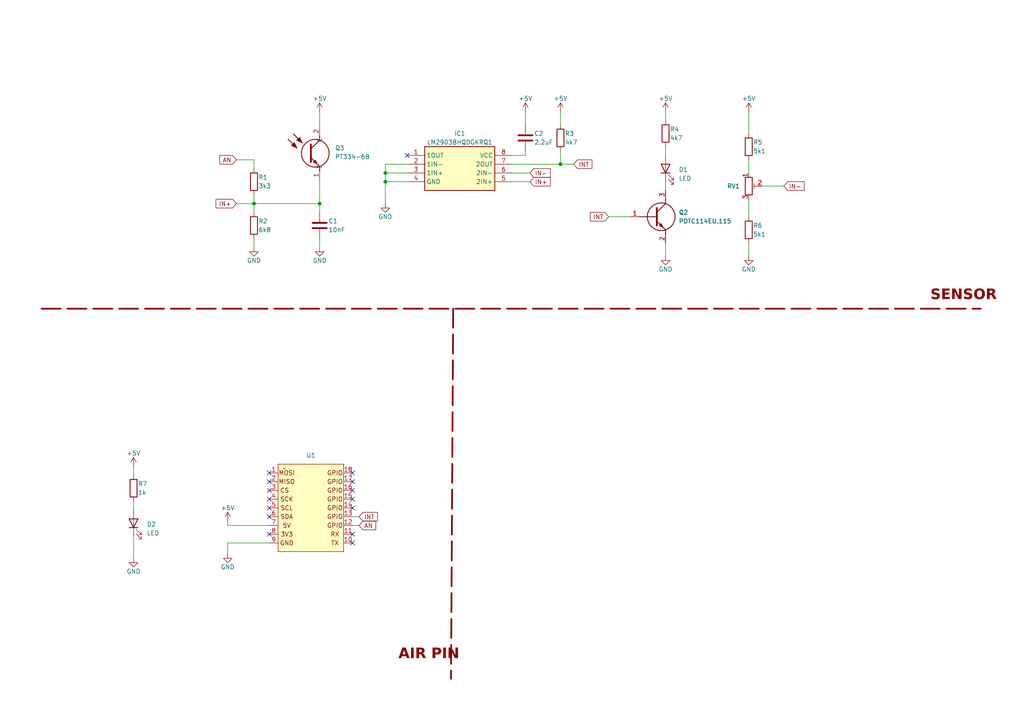
<source format=kicad_sch>
(kicad_sch (version 20230121) (generator eeschema)

  (uuid b2961cc6-2503-4599-94f3-3029de77ef1c)

  (paper "A4")

  (lib_symbols
    (symbol "Device:C" (pin_numbers hide) (pin_names (offset 0.254)) (in_bom yes) (on_board yes)
      (property "Reference" "C" (at 0.635 2.54 0)
        (effects (font (size 1.27 1.27)) (justify left))
      )
      (property "Value" "C" (at 0.635 -2.54 0)
        (effects (font (size 1.27 1.27)) (justify left))
      )
      (property "Footprint" "" (at 0.9652 -3.81 0)
        (effects (font (size 1.27 1.27)) hide)
      )
      (property "Datasheet" "~" (at 0 0 0)
        (effects (font (size 1.27 1.27)) hide)
      )
      (property "ki_keywords" "cap capacitor" (at 0 0 0)
        (effects (font (size 1.27 1.27)) hide)
      )
      (property "ki_description" "Unpolarized capacitor" (at 0 0 0)
        (effects (font (size 1.27 1.27)) hide)
      )
      (property "ki_fp_filters" "C_*" (at 0 0 0)
        (effects (font (size 1.27 1.27)) hide)
      )
      (symbol "C_0_1"
        (polyline
          (pts
            (xy -2.032 -0.762)
            (xy 2.032 -0.762)
          )
          (stroke (width 0.508) (type default))
          (fill (type none))
        )
        (polyline
          (pts
            (xy -2.032 0.762)
            (xy 2.032 0.762)
          )
          (stroke (width 0.508) (type default))
          (fill (type none))
        )
      )
      (symbol "C_1_1"
        (pin passive line (at 0 3.81 270) (length 2.794)
          (name "~" (effects (font (size 1.27 1.27))))
          (number "1" (effects (font (size 1.27 1.27))))
        )
        (pin passive line (at 0 -3.81 90) (length 2.794)
          (name "~" (effects (font (size 1.27 1.27))))
          (number "2" (effects (font (size 1.27 1.27))))
        )
      )
    )
    (symbol "Device:LED" (pin_numbers hide) (pin_names (offset 1.016) hide) (in_bom yes) (on_board yes)
      (property "Reference" "D" (at 0 2.54 0)
        (effects (font (size 1.27 1.27)))
      )
      (property "Value" "LED" (at 0 -2.54 0)
        (effects (font (size 1.27 1.27)))
      )
      (property "Footprint" "" (at 0 0 0)
        (effects (font (size 1.27 1.27)) hide)
      )
      (property "Datasheet" "~" (at 0 0 0)
        (effects (font (size 1.27 1.27)) hide)
      )
      (property "ki_keywords" "LED diode" (at 0 0 0)
        (effects (font (size 1.27 1.27)) hide)
      )
      (property "ki_description" "Light emitting diode" (at 0 0 0)
        (effects (font (size 1.27 1.27)) hide)
      )
      (property "ki_fp_filters" "LED* LED_SMD:* LED_THT:*" (at 0 0 0)
        (effects (font (size 1.27 1.27)) hide)
      )
      (symbol "LED_0_1"
        (polyline
          (pts
            (xy -1.27 -1.27)
            (xy -1.27 1.27)
          )
          (stroke (width 0.254) (type default))
          (fill (type none))
        )
        (polyline
          (pts
            (xy -1.27 0)
            (xy 1.27 0)
          )
          (stroke (width 0) (type default))
          (fill (type none))
        )
        (polyline
          (pts
            (xy 1.27 -1.27)
            (xy 1.27 1.27)
            (xy -1.27 0)
            (xy 1.27 -1.27)
          )
          (stroke (width 0.254) (type default))
          (fill (type none))
        )
        (polyline
          (pts
            (xy -3.048 -0.762)
            (xy -4.572 -2.286)
            (xy -3.81 -2.286)
            (xy -4.572 -2.286)
            (xy -4.572 -1.524)
          )
          (stroke (width 0) (type default))
          (fill (type none))
        )
        (polyline
          (pts
            (xy -1.778 -0.762)
            (xy -3.302 -2.286)
            (xy -2.54 -2.286)
            (xy -3.302 -2.286)
            (xy -3.302 -1.524)
          )
          (stroke (width 0) (type default))
          (fill (type none))
        )
      )
      (symbol "LED_1_1"
        (pin passive line (at -3.81 0 0) (length 2.54)
          (name "K" (effects (font (size 1.27 1.27))))
          (number "1" (effects (font (size 1.27 1.27))))
        )
        (pin passive line (at 3.81 0 180) (length 2.54)
          (name "A" (effects (font (size 1.27 1.27))))
          (number "2" (effects (font (size 1.27 1.27))))
        )
      )
    )
    (symbol "Device:R" (pin_numbers hide) (pin_names (offset 0)) (in_bom yes) (on_board yes)
      (property "Reference" "R" (at 2.032 0 90)
        (effects (font (size 1.27 1.27)))
      )
      (property "Value" "R" (at 0 0 90)
        (effects (font (size 1.27 1.27)))
      )
      (property "Footprint" "" (at -1.778 0 90)
        (effects (font (size 1.27 1.27)) hide)
      )
      (property "Datasheet" "~" (at 0 0 0)
        (effects (font (size 1.27 1.27)) hide)
      )
      (property "ki_keywords" "R res resistor" (at 0 0 0)
        (effects (font (size 1.27 1.27)) hide)
      )
      (property "ki_description" "Resistor" (at 0 0 0)
        (effects (font (size 1.27 1.27)) hide)
      )
      (property "ki_fp_filters" "R_*" (at 0 0 0)
        (effects (font (size 1.27 1.27)) hide)
      )
      (symbol "R_0_1"
        (rectangle (start -1.016 -2.54) (end 1.016 2.54)
          (stroke (width 0.254) (type default))
          (fill (type none))
        )
      )
      (symbol "R_1_1"
        (pin passive line (at 0 3.81 270) (length 1.27)
          (name "~" (effects (font (size 1.27 1.27))))
          (number "1" (effects (font (size 1.27 1.27))))
        )
        (pin passive line (at 0 -3.81 90) (length 1.27)
          (name "~" (effects (font (size 1.27 1.27))))
          (number "2" (effects (font (size 1.27 1.27))))
        )
      )
    )
    (symbol "Device:R_Potentiometer_Trim" (pin_names (offset 1.016) hide) (in_bom yes) (on_board yes)
      (property "Reference" "RV" (at -4.445 0 90)
        (effects (font (size 1.27 1.27)))
      )
      (property "Value" "R_Potentiometer_Trim" (at -2.54 0 90)
        (effects (font (size 1.27 1.27)))
      )
      (property "Footprint" "" (at 0 0 0)
        (effects (font (size 1.27 1.27)) hide)
      )
      (property "Datasheet" "~" (at 0 0 0)
        (effects (font (size 1.27 1.27)) hide)
      )
      (property "ki_keywords" "resistor variable trimpot trimmer" (at 0 0 0)
        (effects (font (size 1.27 1.27)) hide)
      )
      (property "ki_description" "Trim-potentiometer" (at 0 0 0)
        (effects (font (size 1.27 1.27)) hide)
      )
      (property "ki_fp_filters" "Potentiometer*" (at 0 0 0)
        (effects (font (size 1.27 1.27)) hide)
      )
      (symbol "R_Potentiometer_Trim_0_1"
        (polyline
          (pts
            (xy 1.524 0.762)
            (xy 1.524 -0.762)
          )
          (stroke (width 0) (type default))
          (fill (type none))
        )
        (polyline
          (pts
            (xy 2.54 0)
            (xy 1.524 0)
          )
          (stroke (width 0) (type default))
          (fill (type none))
        )
        (rectangle (start 1.016 2.54) (end -1.016 -2.54)
          (stroke (width 0.254) (type default))
          (fill (type none))
        )
      )
      (symbol "R_Potentiometer_Trim_1_1"
        (pin passive line (at 0 3.81 270) (length 1.27)
          (name "1" (effects (font (size 1.27 1.27))))
          (number "1" (effects (font (size 1.27 1.27))))
        )
        (pin passive line (at 3.81 0 180) (length 1.27)
          (name "2" (effects (font (size 1.27 1.27))))
          (number "2" (effects (font (size 1.27 1.27))))
        )
        (pin passive line (at 0 -3.81 90) (length 1.27)
          (name "3" (effects (font (size 1.27 1.27))))
          (number "3" (effects (font (size 1.27 1.27))))
        )
      )
    )
    (symbol "LM2903BHQDGKRQ1:LM2903BHQDGKRQ1" (in_bom yes) (on_board yes)
      (property "Reference" "IC" (at 26.67 7.62 0)
        (effects (font (size 1.27 1.27)) (justify left top))
      )
      (property "Value" "LM2903BHQDGKRQ1" (at 26.67 5.08 0)
        (effects (font (size 1.27 1.27)) (justify left top))
      )
      (property "Footprint" "SOP65P490X110-8N" (at 26.67 -94.92 0)
        (effects (font (size 1.27 1.27)) (justify left top) hide)
      )
      (property "Datasheet" "https://www.ti.com/lit/ds/symlink/lm2903b-q1.pdf?HQS=dis-mous-null-mousermode-dsf-pf-null-wwe&ts=1670767488652&ref_url=https%253A%252F%252Fwww.mouser.de%252F" (at 26.67 -194.92 0)
        (effects (font (size 1.27 1.27)) (justify left top) hide)
      )
      (property "Height" "1.1" (at 26.67 -394.92 0)
        (effects (font (size 1.27 1.27)) (justify left top) hide)
      )
      (property "Mouser Part Number" "595-LM2903BHQDGKRQ1" (at 26.67 -494.92 0)
        (effects (font (size 1.27 1.27)) (justify left top) hide)
      )
      (property "Mouser Price/Stock" "https://www.mouser.co.uk/ProductDetail/Texas-Instruments/LM2903BHQDGKRQ1?qs=By6Nw2ByBD2mW87GUmotXw%3D%3D" (at 26.67 -594.92 0)
        (effects (font (size 1.27 1.27)) (justify left top) hide)
      )
      (property "Manufacturer_Name" "Texas Instruments" (at 26.67 -694.92 0)
        (effects (font (size 1.27 1.27)) (justify left top) hide)
      )
      (property "Manufacturer_Part_Number" "LM2903BHQDGKRQ1" (at 26.67 -794.92 0)
        (effects (font (size 1.27 1.27)) (justify left top) hide)
      )
      (property "ki_description" "Analog Comparators Automotive, dual, differential, commodity comparator" (at 0 0 0)
        (effects (font (size 1.27 1.27)) hide)
      )
      (symbol "LM2903BHQDGKRQ1_1_1"
        (rectangle (start 5.08 2.54) (end 25.4 -10.16)
          (stroke (width 0.254) (type default))
          (fill (type background))
        )
        (pin passive line (at 0 0 0) (length 5.08)
          (name "1OUT" (effects (font (size 1.27 1.27))))
          (number "1" (effects (font (size 1.27 1.27))))
        )
        (pin passive line (at 0 -2.54 0) (length 5.08)
          (name "1IN-" (effects (font (size 1.27 1.27))))
          (number "2" (effects (font (size 1.27 1.27))))
        )
        (pin passive line (at 0 -5.08 0) (length 5.08)
          (name "1IN+" (effects (font (size 1.27 1.27))))
          (number "3" (effects (font (size 1.27 1.27))))
        )
        (pin passive line (at 0 -7.62 0) (length 5.08)
          (name "GND" (effects (font (size 1.27 1.27))))
          (number "4" (effects (font (size 1.27 1.27))))
        )
        (pin passive line (at 30.48 -7.62 180) (length 5.08)
          (name "2IN+" (effects (font (size 1.27 1.27))))
          (number "5" (effects (font (size 1.27 1.27))))
        )
        (pin passive line (at 30.48 -5.08 180) (length 5.08)
          (name "2IN-" (effects (font (size 1.27 1.27))))
          (number "6" (effects (font (size 1.27 1.27))))
        )
        (pin passive line (at 30.48 -2.54 180) (length 5.08)
          (name "2OUT" (effects (font (size 1.27 1.27))))
          (number "7" (effects (font (size 1.27 1.27))))
        )
        (pin passive line (at 30.48 0 180) (length 5.08)
          (name "VCC" (effects (font (size 1.27 1.27))))
          (number "8" (effects (font (size 1.27 1.27))))
        )
      )
    )
    (symbol "PDTC114EU_115:PDTC114EU,115" (pin_names hide) (in_bom yes) (on_board yes)
      (property "Reference" "Q" (at 13.97 1.27 0)
        (effects (font (size 1.27 1.27)) (justify left top))
      )
      (property "Value" "PDTC114EU,115" (at 13.97 -1.27 0)
        (effects (font (size 1.27 1.27)) (justify left top))
      )
      (property "Footprint" "PDTC114EU115" (at 13.97 -101.27 0)
        (effects (font (size 1.27 1.27)) (justify left top) hide)
      )
      (property "Datasheet" "https://assets.nexperia.com/documents/data-sheet/PDTC114E_SER.pdf" (at 13.97 -201.27 0)
        (effects (font (size 1.27 1.27)) (justify left top) hide)
      )
      (property "Height" "1.1" (at 13.97 -401.27 0)
        (effects (font (size 1.27 1.27)) (justify left top) hide)
      )
      (property "Mouser Part Number" "771-PDTC114EU115" (at 13.97 -501.27 0)
        (effects (font (size 1.27 1.27)) (justify left top) hide)
      )
      (property "Mouser Price/Stock" "https://www.mouser.co.uk/ProductDetail/Nexperia/PDTC114EU115?qs=LOCUfHb8d9s6AnIpL5ILEg%3D%3D" (at 13.97 -601.27 0)
        (effects (font (size 1.27 1.27)) (justify left top) hide)
      )
      (property "Manufacturer_Name" "Nexperia" (at 13.97 -701.27 0)
        (effects (font (size 1.27 1.27)) (justify left top) hide)
      )
      (property "Manufacturer_Part_Number" "PDTC114EU,115" (at 13.97 -801.27 0)
        (effects (font (size 1.27 1.27)) (justify left top) hide)
      )
      (property "ki_description" "NXP, PDTC114EU,115 NPN Digital Transistor, 100 mA 50 V 10 k, Ratio Of 1, 3-Pin UMT" (at 0 0 0)
        (effects (font (size 1.27 1.27)) hide)
      )
      (symbol "PDTC114EU,115_1_1"
        (polyline
          (pts
            (xy 2.54 0)
            (xy 7.62 0)
          )
          (stroke (width 0.254) (type default))
          (fill (type none))
        )
        (polyline
          (pts
            (xy 7.62 -1.27)
            (xy 10.16 -3.81)
          )
          (stroke (width 0.254) (type default))
          (fill (type none))
        )
        (polyline
          (pts
            (xy 7.62 1.27)
            (xy 10.16 3.81)
          )
          (stroke (width 0.254) (type default))
          (fill (type none))
        )
        (polyline
          (pts
            (xy 7.62 2.54)
            (xy 7.62 -2.54)
          )
          (stroke (width 0.508) (type default))
          (fill (type none))
        )
        (polyline
          (pts
            (xy 10.16 -3.81)
            (xy 10.16 -5.08)
          )
          (stroke (width 0.254) (type default))
          (fill (type none))
        )
        (polyline
          (pts
            (xy 10.16 3.81)
            (xy 10.16 5.08)
          )
          (stroke (width 0.254) (type default))
          (fill (type none))
        )
        (polyline
          (pts
            (xy 8.382 -2.54)
            (xy 8.89 -2.032)
            (xy 9.398 -3.048)
            (xy 8.382 -2.54)
          )
          (stroke (width 0.254) (type default))
          (fill (type outline))
        )
        (circle (center 8.89 0) (radius 4.016)
          (stroke (width 0.254) (type default))
          (fill (type none))
        )
        (pin passive line (at 0 0 0) (length 2.54)
          (name "B" (effects (font (size 1.27 1.27))))
          (number "1" (effects (font (size 1.27 1.27))))
        )
        (pin passive line (at 10.16 -7.62 90) (length 2.54)
          (name "E" (effects (font (size 1.27 1.27))))
          (number "2" (effects (font (size 1.27 1.27))))
        )
        (pin passive line (at 10.16 7.62 270) (length 2.54)
          (name "C" (effects (font (size 1.27 1.27))))
          (number "3" (effects (font (size 1.27 1.27))))
        )
      )
    )
    (symbol "PT334-6B:PT334-6B" (in_bom yes) (on_board yes)
      (property "Reference" "Q" (at 3.81 -6.35 0)
        (effects (font (size 1.27 1.27)) (justify left top))
      )
      (property "Value" "PT334-6B" (at 3.81 -8.89 0)
        (effects (font (size 1.27 1.27)) (justify left top))
      )
      (property "Footprint" "PT3346B" (at 3.81 -108.89 0)
        (effects (font (size 1.27 1.27)) (justify left top) hide)
      )
      (property "Datasheet" "https://www.mouser.com/datasheet/2/143/PT334-6B-1663203.pdf" (at 3.81 -208.89 0)
        (effects (font (size 1.27 1.27)) (justify left top) hide)
      )
      (property "Height" "" (at 3.81 -408.89 0)
        (effects (font (size 1.27 1.27)) (justify left top) hide)
      )
      (property "Manufacturer_Name" "Everlight" (at 3.81 -508.89 0)
        (effects (font (size 1.27 1.27)) (justify left top) hide)
      )
      (property "Manufacturer_Part_Number" "PT334-6B" (at 3.81 -608.89 0)
        (effects (font (size 1.27 1.27)) (justify left top) hide)
      )
      (property "Mouser Part Number" "638-PT3346B" (at 3.81 -708.89 0)
        (effects (font (size 1.27 1.27)) (justify left top) hide)
      )
      (property "Mouser Price/Stock" "https://www.mouser.co.uk/ProductDetail/Everlight/PT334-6B?qs=8PzhAHr7IdOmCssrIssUEQ%3D%3D" (at 3.81 -808.89 0)
        (effects (font (size 1.27 1.27)) (justify left top) hide)
      )
      (property "Arrow Part Number" "PT334-6B" (at 3.81 -908.89 0)
        (effects (font (size 1.27 1.27)) (justify left top) hide)
      )
      (property "Arrow Price/Stock" "https://www.arrow.com/en/products/pt334-6b/everlight-electronics?region=nac" (at 3.81 -1008.89 0)
        (effects (font (size 1.27 1.27)) (justify left top) hide)
      )
      (property "ki_description" "Phototransistors IR Phototransistor" (at 0 0 0)
        (effects (font (size 1.27 1.27)) hide)
      )
      (symbol "PT334-6B_1_1"
        (circle (center -1.27 -7.62) (radius 4.016)
          (stroke (width 0.254) (type default))
          (fill (type none))
        )
        (polyline
          (pts
            (xy -9.144 -3.556)
            (xy -6.604 -6.096)
          )
          (stroke (width 0.254) (type default))
          (fill (type none))
        )
        (polyline
          (pts
            (xy -7.62 -2.032)
            (xy -5.08 -4.572)
          )
          (stroke (width 0.254) (type default))
          (fill (type none))
        )
        (polyline
          (pts
            (xy -2.54 -8.89)
            (xy 0 -11.43)
          )
          (stroke (width 0.254) (type default))
          (fill (type none))
        )
        (polyline
          (pts
            (xy -2.54 -6.35)
            (xy 0 -3.81)
          )
          (stroke (width 0.254) (type default))
          (fill (type none))
        )
        (polyline
          (pts
            (xy -2.54 -5.08)
            (xy -2.54 -10.16)
          )
          (stroke (width 0.508) (type default))
          (fill (type none))
        )
        (polyline
          (pts
            (xy 0 -11.43)
            (xy 0 -12.7)
          )
          (stroke (width 0.254) (type default))
          (fill (type none))
        )
        (polyline
          (pts
            (xy 0 -3.81)
            (xy 0 -2.54)
          )
          (stroke (width 0.254) (type default))
          (fill (type none))
        )
        (polyline
          (pts
            (xy -8.128 -5.334)
            (xy -7.366 -4.572)
            (xy -6.604 -6.096)
            (xy -8.128 -5.334)
          )
          (stroke (width 0.254) (type default))
          (fill (type outline))
        )
        (polyline
          (pts
            (xy -6.604 -3.81)
            (xy -5.842 -3.048)
            (xy -5.08 -4.572)
            (xy -6.604 -3.81)
          )
          (stroke (width 0.254) (type default))
          (fill (type outline))
        )
        (polyline
          (pts
            (xy -1.778 -10.16)
            (xy -1.27 -9.652)
            (xy -0.762 -10.668)
            (xy -1.778 -10.16)
          )
          (stroke (width 0.254) (type default))
          (fill (type outline))
        )
        (pin passive line (at 0 -15.24 90) (length 2.54)
          (name "E" (effects (font (size 1.27 1.27))))
          (number "1" (effects (font (size 1.27 1.27))))
        )
        (pin passive line (at 0 0 270) (length 2.54)
          (name "C" (effects (font (size 1.27 1.27))))
          (number "2" (effects (font (size 1.27 1.27))))
        )
      )
    )
    (symbol "moduler_pin:air" (in_bom yes) (on_board yes)
      (property "Reference" "U" (at 7.62 2.54 0)
        (effects (font (size 1.27 1.27)))
      )
      (property "Value" "" (at 0 0 0)
        (effects (font (size 1.27 1.27)))
      )
      (property "Footprint" "" (at 0 0 0)
        (effects (font (size 1.27 1.27)) hide)
      )
      (property "Datasheet" "" (at 0 0 0)
        (effects (font (size 1.27 1.27)) hide)
      )
      (symbol "air_1_1"
        (rectangle (start -1.905 1.27) (end 17.145 -24.13)
          (stroke (width 0) (type default))
          (fill (type background))
        )
        (text "3V3" (at 0.635 -19.05 0)
          (effects (font (size 1.27 1.27)))
        )
        (text "5V" (at 0.635 -16.51 0)
          (effects (font (size 1.27 1.27)))
        )
        (text "CS" (at 0 -6.35 0)
          (effects (font (size 1.27 1.27)))
        )
        (text "GND" (at 0.635 -21.59 0)
          (effects (font (size 1.27 1.27)))
        )
        (text "GPIO" (at 14.605 -16.51 0)
          (effects (font (size 1.27 1.27)))
        )
        (text "GPIO" (at 14.605 -13.97 0)
          (effects (font (size 1.27 1.27)))
        )
        (text "GPIO" (at 14.605 -11.43 0)
          (effects (font (size 1.27 1.27)))
        )
        (text "GPIO" (at 14.605 -8.89 0)
          (effects (font (size 1.27 1.27)))
        )
        (text "GPIO" (at 14.605 -6.35 0)
          (effects (font (size 1.27 1.27)))
        )
        (text "GPIO" (at 14.605 -3.81 0)
          (effects (font (size 1.27 1.27)))
        )
        (text "GPIO" (at 14.605 -1.27 0)
          (effects (font (size 1.27 1.27)))
        )
        (text "MISO" (at 0.635 -3.81 0)
          (effects (font (size 1.27 1.27)))
        )
        (text "MOSI" (at 0.635 -1.27 0)
          (effects (font (size 1.27 1.27)))
        )
        (text "RX" (at 14.605 -19.05 0)
          (effects (font (size 1.27 1.27)))
        )
        (text "SCK" (at 0.635 -8.89 0)
          (effects (font (size 1.27 1.27)))
        )
        (text "SCL" (at 0.635 -11.43 0)
          (effects (font (size 1.27 1.27)))
        )
        (text "SDA" (at 0.635 -13.97 0)
          (effects (font (size 1.27 1.27)))
        )
        (text "TX" (at 14.605 -21.59 0)
          (effects (font (size 1.27 1.27)))
        )
        (pin input line (at -4.445 -1.27 0) (length 2.54)
          (name "" (effects (font (size 1.27 1.27))))
          (number "1" (effects (font (size 1.27 1.27))))
        )
        (pin input line (at 19.685 -21.59 180) (length 2.54)
          (name "" (effects (font (size 1.27 1.27))))
          (number "10" (effects (font (size 1.27 1.27))))
        )
        (pin input line (at 19.685 -19.05 180) (length 2.54)
          (name "" (effects (font (size 1.27 1.27))))
          (number "11" (effects (font (size 1.27 1.27))))
        )
        (pin input line (at 19.685 -16.51 180) (length 2.54)
          (name "" (effects (font (size 1.27 1.27))))
          (number "12" (effects (font (size 1.27 1.27))))
        )
        (pin input line (at 19.685 -13.97 180) (length 2.54)
          (name "" (effects (font (size 1.27 1.27))))
          (number "13" (effects (font (size 1.27 1.27))))
        )
        (pin input line (at 19.685 -11.43 180) (length 2.54)
          (name "" (effects (font (size 1.27 1.27))))
          (number "14" (effects (font (size 1.27 1.27))))
        )
        (pin input line (at 19.685 -8.89 180) (length 2.54)
          (name "" (effects (font (size 1.27 1.27))))
          (number "15" (effects (font (size 1.27 1.27))))
        )
        (pin input line (at 19.685 -6.35 180) (length 2.54)
          (name "" (effects (font (size 1.27 1.27))))
          (number "16" (effects (font (size 1.27 1.27))))
        )
        (pin input line (at 19.685 -3.81 180) (length 2.54)
          (name "" (effects (font (size 1.27 1.27))))
          (number "17" (effects (font (size 1.27 1.27))))
        )
        (pin input line (at 19.685 -1.27 180) (length 2.54)
          (name "" (effects (font (size 1.27 1.27))))
          (number "18" (effects (font (size 1.27 1.27))))
        )
        (pin input line (at -4.445 -3.81 0) (length 2.54)
          (name "" (effects (font (size 1.27 1.27))))
          (number "2" (effects (font (size 1.27 1.27))))
        )
        (pin input line (at -4.445 -6.35 0) (length 2.54)
          (name "" (effects (font (size 1.27 1.27))))
          (number "3" (effects (font (size 1.27 1.27))))
        )
        (pin input line (at -4.445 -8.89 0) (length 2.54)
          (name "" (effects (font (size 1.27 1.27))))
          (number "4" (effects (font (size 1.27 1.27))))
        )
        (pin input line (at -4.445 -11.43 0) (length 2.54)
          (name "" (effects (font (size 1.27 1.27))))
          (number "5" (effects (font (size 1.27 1.27))))
        )
        (pin input line (at -4.445 -13.97 0) (length 2.54)
          (name "" (effects (font (size 1.27 1.27))))
          (number "6" (effects (font (size 1.27 1.27))))
        )
        (pin input line (at -4.445 -16.51 0) (length 2.54)
          (name "" (effects (font (size 1.27 1.27))))
          (number "7" (effects (font (size 1.27 1.27))))
        )
        (pin input line (at -4.445 -19.05 0) (length 2.54)
          (name "" (effects (font (size 1.27 1.27))))
          (number "8" (effects (font (size 1.27 1.27))))
        )
        (pin input line (at -4.445 -21.59 0) (length 2.54)
          (name "" (effects (font (size 1.27 1.27))))
          (number "9" (effects (font (size 1.27 1.27))))
        )
      )
    )
    (symbol "power:+5V" (power) (pin_names (offset 0)) (in_bom yes) (on_board yes)
      (property "Reference" "#PWR" (at 0 -3.81 0)
        (effects (font (size 1.27 1.27)) hide)
      )
      (property "Value" "+5V" (at 0 3.556 0)
        (effects (font (size 1.27 1.27)))
      )
      (property "Footprint" "" (at 0 0 0)
        (effects (font (size 1.27 1.27)) hide)
      )
      (property "Datasheet" "" (at 0 0 0)
        (effects (font (size 1.27 1.27)) hide)
      )
      (property "ki_keywords" "global power" (at 0 0 0)
        (effects (font (size 1.27 1.27)) hide)
      )
      (property "ki_description" "Power symbol creates a global label with name \"+5V\"" (at 0 0 0)
        (effects (font (size 1.27 1.27)) hide)
      )
      (symbol "+5V_0_1"
        (polyline
          (pts
            (xy -0.762 1.27)
            (xy 0 2.54)
          )
          (stroke (width 0) (type default))
          (fill (type none))
        )
        (polyline
          (pts
            (xy 0 0)
            (xy 0 2.54)
          )
          (stroke (width 0) (type default))
          (fill (type none))
        )
        (polyline
          (pts
            (xy 0 2.54)
            (xy 0.762 1.27)
          )
          (stroke (width 0) (type default))
          (fill (type none))
        )
      )
      (symbol "+5V_1_1"
        (pin power_in line (at 0 0 90) (length 0) hide
          (name "+5V" (effects (font (size 1.27 1.27))))
          (number "1" (effects (font (size 1.27 1.27))))
        )
      )
    )
    (symbol "power:GND" (power) (pin_names (offset 0)) (in_bom yes) (on_board yes)
      (property "Reference" "#PWR" (at 0 -6.35 0)
        (effects (font (size 1.27 1.27)) hide)
      )
      (property "Value" "GND" (at 0 -3.81 0)
        (effects (font (size 1.27 1.27)))
      )
      (property "Footprint" "" (at 0 0 0)
        (effects (font (size 1.27 1.27)) hide)
      )
      (property "Datasheet" "" (at 0 0 0)
        (effects (font (size 1.27 1.27)) hide)
      )
      (property "ki_keywords" "global power" (at 0 0 0)
        (effects (font (size 1.27 1.27)) hide)
      )
      (property "ki_description" "Power symbol creates a global label with name \"GND\" , ground" (at 0 0 0)
        (effects (font (size 1.27 1.27)) hide)
      )
      (symbol "GND_0_1"
        (polyline
          (pts
            (xy 0 0)
            (xy 0 -1.27)
            (xy 1.27 -1.27)
            (xy 0 -2.54)
            (xy -1.27 -1.27)
            (xy 0 -1.27)
          )
          (stroke (width 0) (type default))
          (fill (type none))
        )
      )
      (symbol "GND_1_1"
        (pin power_in line (at 0 0 270) (length 0) hide
          (name "GND" (effects (font (size 1.27 1.27))))
          (number "1" (effects (font (size 1.27 1.27))))
        )
      )
    )
  )

  (junction (at 111.76 50.165) (diameter 0) (color 0 0 0 0)
    (uuid 0e7c962c-7b42-476e-9842-66a3d2ef2fce)
  )
  (junction (at 73.66 59.055) (diameter 0) (color 0 0 0 0)
    (uuid 696c5966-00db-46d1-8e53-faab20ec7759)
  )
  (junction (at 92.71 59.055) (diameter 0) (color 0 0 0 0)
    (uuid 975832b3-0220-49be-bc8d-5cf86ac2dd96)
  )
  (junction (at 162.56 47.625) (diameter 0) (color 0 0 0 0)
    (uuid a8f0d91e-876a-42d4-8f44-2206d0f0bc4a)
  )
  (junction (at 111.76 52.705) (diameter 0) (color 0 0 0 0)
    (uuid cff0647b-8152-4757-aa30-03d0b21b9381)
  )

  (no_connect (at 102.235 139.7) (uuid 0c618969-ecd0-438f-abf4-c6314b664f06))
  (no_connect (at 78.105 154.94) (uuid 13cafda3-a9cb-4a2c-866f-26bbfb68b177))
  (no_connect (at 78.105 137.16) (uuid 20f27af2-e5c3-47ce-bf57-7767ffe9a4c6))
  (no_connect (at 102.235 137.16) (uuid 31b49733-4b3b-4cd0-8d94-69ae2778b950))
  (no_connect (at 102.235 142.24) (uuid 41c29439-83ee-4fb9-910f-f67307887da7))
  (no_connect (at 102.235 154.94) (uuid 4aa8161b-4ff8-4c6b-becd-5c2113379971))
  (no_connect (at 102.235 144.78) (uuid 5a208148-046f-4f86-a5aa-ab8d1d1415d1))
  (no_connect (at 78.105 147.32) (uuid 6ff2028a-00f2-4818-9bd4-e039648624c0))
  (no_connect (at 78.105 139.7) (uuid 7739953c-1708-4b17-8e25-e4c10d48804e))
  (no_connect (at 102.235 157.48) (uuid 8eb46450-de88-4f08-8798-681e13ef6d5f))
  (no_connect (at 78.105 144.78) (uuid 9e721804-5e55-4719-8ac2-d04d111bf462))
  (no_connect (at 102.235 147.32) (uuid a140a17f-85c9-44d4-a3ba-7ee4c26a0439))
  (no_connect (at 78.105 142.24) (uuid bd9c9739-add3-4fc9-8f72-4a5e3fff042e))
  (no_connect (at 118.11 45.085) (uuid c6f6f452-f896-48ed-a3f1-0e3ad4fd3f55))
  (no_connect (at 78.105 149.86) (uuid ca646c70-9ee6-4b18-94fc-a3dc0a107e52))

  (wire (pts (xy 68.58 46.355) (xy 73.66 46.355))
    (stroke (width 0) (type default))
    (uuid 049dfce0-1efc-4f8e-837c-aba54c4d39ad)
  )
  (wire (pts (xy 73.66 69.215) (xy 73.66 71.755))
    (stroke (width 0) (type default))
    (uuid 0a8377e5-f4f6-4ffa-8786-dce392dbf4f3)
  )
  (wire (pts (xy 111.76 50.165) (xy 111.76 52.705))
    (stroke (width 0) (type default))
    (uuid 0f25c23f-fc7e-4614-b046-2492fb6f3305)
  )
  (wire (pts (xy 220.98 53.975) (xy 227.33 53.975))
    (stroke (width 0) (type default))
    (uuid 10ef00bc-390e-490a-8a11-899de6955e60)
  )
  (wire (pts (xy 92.71 69.215) (xy 92.71 71.755))
    (stroke (width 0) (type default))
    (uuid 1bcaa231-d6bb-4f80-a780-3374ccb55f57)
  )
  (wire (pts (xy 73.66 59.055) (xy 73.66 61.595))
    (stroke (width 0) (type default))
    (uuid 1c0ba5b8-17f2-4c64-8b2c-5c66587cc491)
  )
  (wire (pts (xy 66.04 160.655) (xy 66.04 157.48))
    (stroke (width 0) (type default))
    (uuid 24c0c29c-db4d-4433-b69d-db51b8fbe8ab)
  )
  (wire (pts (xy 193.04 70.485) (xy 193.04 74.295))
    (stroke (width 0) (type default))
    (uuid 299a338b-beb7-40ed-8201-d31c528faad4)
  )
  (wire (pts (xy 111.76 52.705) (xy 118.11 52.705))
    (stroke (width 0) (type default))
    (uuid 3400f07a-eba3-4007-886c-c212441cb3e7)
  )
  (wire (pts (xy 111.76 52.705) (xy 111.76 59.055))
    (stroke (width 0) (type default))
    (uuid 42bb795a-c0f1-4fdf-a0ec-f9c07572c22e)
  )
  (wire (pts (xy 162.56 43.815) (xy 162.56 47.625))
    (stroke (width 0) (type default))
    (uuid 46e8ac7e-64f2-4e17-9826-b9e013c86eb4)
  )
  (wire (pts (xy 66.04 151.13) (xy 66.04 152.4))
    (stroke (width 0) (type default))
    (uuid 48ddb4c6-c88a-4668-8a47-8ee0264b4ceb)
  )
  (wire (pts (xy 152.4 43.815) (xy 152.4 45.085))
    (stroke (width 0) (type default))
    (uuid 4e4b1433-b41c-41f6-91da-6b40730865bb)
  )
  (wire (pts (xy 162.56 47.625) (xy 166.37 47.625))
    (stroke (width 0) (type default))
    (uuid 5198c844-07f1-4df4-9f66-74e7be630a13)
  )
  (wire (pts (xy 152.4 45.085) (xy 148.59 45.085))
    (stroke (width 0) (type default))
    (uuid 5276fa84-a593-4ecd-aa91-6434439bb24d)
  )
  (wire (pts (xy 38.735 145.415) (xy 38.735 147.955))
    (stroke (width 0) (type default))
    (uuid 532916d5-8442-4279-9a43-e7c5e683a93e)
  )
  (wire (pts (xy 148.59 50.165) (xy 153.67 50.165))
    (stroke (width 0) (type default))
    (uuid 5dff6607-4e0c-43b1-9a51-c72cd686f938)
  )
  (wire (pts (xy 66.04 157.48) (xy 78.105 157.48))
    (stroke (width 0) (type default))
    (uuid 5fde3cae-8083-4fe9-944b-addda76280d0)
  )
  (wire (pts (xy 73.66 56.515) (xy 73.66 59.055))
    (stroke (width 0) (type default))
    (uuid 61b2294e-b60a-456e-9579-5288afe3f2de)
  )
  (wire (pts (xy 38.735 135.255) (xy 38.735 137.795))
    (stroke (width 0) (type default))
    (uuid 629f1f8e-73be-4085-ad86-4b907d7f1b08)
  )
  (polyline (pts (xy 12.065 89.535) (xy 284.48 89.535))
    (stroke (width 0.5) (type dash) (color 132 0 0 1))
    (uuid 65f5f2af-de00-4b62-b4e7-737531bd038f)
  )

  (wire (pts (xy 148.59 52.705) (xy 153.67 52.705))
    (stroke (width 0) (type default))
    (uuid 69ea00fc-becb-4965-9580-baeb1cabcbed)
  )
  (wire (pts (xy 68.58 59.055) (xy 73.66 59.055))
    (stroke (width 0) (type default))
    (uuid 6c119efa-12d1-43fe-850f-760de54c6a5a)
  )
  (wire (pts (xy 92.71 52.07) (xy 92.71 59.055))
    (stroke (width 0) (type default))
    (uuid 6e89a93b-242e-45ae-bda8-965c2929f63f)
  )
  (wire (pts (xy 38.735 161.925) (xy 38.735 155.575))
    (stroke (width 0) (type default))
    (uuid 71bce927-9169-449e-b02d-6bae80033b8d)
  )
  (wire (pts (xy 152.4 32.385) (xy 152.4 36.195))
    (stroke (width 0) (type default))
    (uuid 749baa27-39a3-4087-b1b5-085c2c8f920c)
  )
  (wire (pts (xy 92.71 36.83) (xy 92.71 32.385))
    (stroke (width 0) (type default))
    (uuid 7ca1f837-23fc-4f80-b7a8-f69d28116f66)
  )
  (wire (pts (xy 193.04 32.385) (xy 193.04 34.925))
    (stroke (width 0) (type default))
    (uuid 7d3de07b-5805-4891-9250-b4d4c34473c5)
  )
  (wire (pts (xy 66.04 152.4) (xy 78.105 152.4))
    (stroke (width 0) (type default))
    (uuid 85468de8-0ba1-4b72-a3c2-a06ab5ef78a5)
  )
  (polyline (pts (xy 131.445 89.535) (xy 130.81 196.85))
    (stroke (width 0.5) (type dash) (color 132 0 0 1))
    (uuid 8e65fec5-0d0e-43cb-b1d5-0139400c9ef7)
  )

  (wire (pts (xy 73.66 59.055) (xy 92.71 59.055))
    (stroke (width 0) (type default))
    (uuid 945b2e7d-00af-41b2-b86d-dce6f99baff3)
  )
  (wire (pts (xy 104.14 152.4) (xy 102.235 152.4))
    (stroke (width 0) (type default))
    (uuid 9611723b-8e80-4566-8654-0cd95578431f)
  )
  (wire (pts (xy 217.17 32.385) (xy 217.17 38.735))
    (stroke (width 0) (type default))
    (uuid aa0e786e-8031-41a4-bd4a-9ce5499cd846)
  )
  (wire (pts (xy 193.04 42.545) (xy 193.04 45.085))
    (stroke (width 0) (type default))
    (uuid abdf7bf5-add2-4382-8ef4-046e2123ef4f)
  )
  (wire (pts (xy 111.76 47.625) (xy 111.76 50.165))
    (stroke (width 0) (type default))
    (uuid ae1c3740-9684-485e-a557-12ea1004f6dc)
  )
  (wire (pts (xy 118.11 47.625) (xy 111.76 47.625))
    (stroke (width 0) (type default))
    (uuid bd18056d-1f21-4b2f-b19b-c110e161fdde)
  )
  (wire (pts (xy 111.76 50.165) (xy 118.11 50.165))
    (stroke (width 0) (type default))
    (uuid c512fc9f-4a3b-40ed-bc3b-576552504a16)
  )
  (wire (pts (xy 217.17 70.485) (xy 217.17 74.295))
    (stroke (width 0) (type default))
    (uuid c8fff79f-4b75-4f1b-8812-fb30c4fb28c4)
  )
  (wire (pts (xy 217.17 57.785) (xy 217.17 62.865))
    (stroke (width 0) (type default))
    (uuid cb370243-8fdb-43cf-a5e6-161c44b732fc)
  )
  (wire (pts (xy 92.71 59.055) (xy 92.71 61.595))
    (stroke (width 0) (type default))
    (uuid ce634892-4987-4b46-b08f-a9a735f9cdcc)
  )
  (wire (pts (xy 193.04 52.705) (xy 193.04 55.245))
    (stroke (width 0) (type default))
    (uuid d094873e-8c23-40fd-9ce9-07c24b1d56b0)
  )
  (wire (pts (xy 176.53 62.865) (xy 182.88 62.865))
    (stroke (width 0) (type default))
    (uuid d3428b1c-2bcf-40ea-8eca-c721375297ca)
  )
  (wire (pts (xy 162.56 32.385) (xy 162.56 36.195))
    (stroke (width 0) (type default))
    (uuid d9539917-ad81-4169-bb4a-14ca128525c7)
  )
  (wire (pts (xy 162.56 47.625) (xy 148.59 47.625))
    (stroke (width 0) (type default))
    (uuid db5bef40-484c-4c7b-b3fb-dfa9152908bc)
  )
  (wire (pts (xy 104.14 149.86) (xy 102.235 149.86))
    (stroke (width 0) (type default))
    (uuid e8b57d10-29f0-4a01-9019-d46aa3ae4a3c)
  )
  (wire (pts (xy 73.66 46.355) (xy 73.66 48.895))
    (stroke (width 0) (type default))
    (uuid ec7b6327-936d-480e-83af-b8e7d039cfa9)
  )
  (wire (pts (xy 217.17 46.355) (xy 217.17 50.165))
    (stroke (width 0) (type default))
    (uuid ed4ae624-d9ca-48f9-8156-e7f98e2f7d06)
  )

  (text "SENSOR" (at 269.875 88.265 0)
    (effects (font (face "Calibri") (size 3 3) (thickness 0.6) bold (color 132 0 0 1)) (justify left bottom))
    (uuid 507837f1-6b2a-4054-8910-f5f21d1f0391)
  )
  (text "AIR PIN\n" (at 115.57 192.405 0)
    (effects (font (face "Calibri") (size 3 3) (thickness 0.6) bold (color 132 0 0 1)) (justify left bottom))
    (uuid d705ba61-7b21-4f01-9ee2-39f27ff757b7)
  )

  (global_label "INT" (shape input) (at 104.14 149.86 0) (fields_autoplaced)
    (effects (font (size 1.27 1.27)) (justify left))
    (uuid 09ea9838-a926-4dc1-bf2c-5f14500e6c6a)
    (property "Intersheetrefs" "${INTERSHEET_REFS}" (at 110.0281 149.86 0)
      (effects (font (size 1.27 1.27)) (justify left) hide)
    )
  )
  (global_label "IN-" (shape input) (at 153.67 50.165 0) (fields_autoplaced)
    (effects (font (size 1.27 1.27)) (justify left))
    (uuid 0e8438b4-df58-4d40-be1c-62e3a2e64b48)
    (property "Intersheetrefs" "${INTERSHEET_REFS}" (at 160.1629 50.165 0)
      (effects (font (size 1.27 1.27)) (justify left) hide)
    )
  )
  (global_label "INT" (shape input) (at 166.37 47.625 0) (fields_autoplaced)
    (effects (font (size 1.27 1.27)) (justify left))
    (uuid 18303ed8-9183-4762-b6dc-bb5e16e81d4e)
    (property "Intersheetrefs" "${INTERSHEET_REFS}" (at 172.2581 47.625 0)
      (effects (font (size 1.27 1.27)) (justify left) hide)
    )
  )
  (global_label "AN" (shape input) (at 104.14 152.4 0) (fields_autoplaced)
    (effects (font (size 1.27 1.27)) (justify left))
    (uuid 3c12fac3-74c1-42d8-bddb-5e69a6d6479b)
    (property "Intersheetrefs" "${INTERSHEET_REFS}" (at 109.5443 152.4 0)
      (effects (font (size 1.27 1.27)) (justify left) hide)
    )
  )
  (global_label "IN+" (shape input) (at 68.58 59.055 180) (fields_autoplaced)
    (effects (font (size 1.27 1.27)) (justify right))
    (uuid 4490b4fa-f655-4a5d-ae88-1f2549287d42)
    (property "Intersheetrefs" "${INTERSHEET_REFS}" (at 62.0871 59.055 0)
      (effects (font (size 1.27 1.27)) (justify right) hide)
    )
  )
  (global_label "INT" (shape input) (at 176.53 62.865 180) (fields_autoplaced)
    (effects (font (size 1.27 1.27)) (justify right))
    (uuid 801bbad3-8121-47be-8807-a16c76499e66)
    (property "Intersheetrefs" "${INTERSHEET_REFS}" (at 170.6419 62.865 0)
      (effects (font (size 1.27 1.27)) (justify right) hide)
    )
  )
  (global_label "AN" (shape input) (at 68.58 46.355 180) (fields_autoplaced)
    (effects (font (size 1.27 1.27)) (justify right))
    (uuid 95705798-7f5b-4941-837e-3cefd41112b8)
    (property "Intersheetrefs" "${INTERSHEET_REFS}" (at 63.1757 46.355 0)
      (effects (font (size 1.27 1.27)) (justify right) hide)
    )
  )
  (global_label "IN+" (shape input) (at 153.67 52.705 0) (fields_autoplaced)
    (effects (font (size 1.27 1.27)) (justify left))
    (uuid c7acc675-8f72-4d23-ba06-652e9988ee0a)
    (property "Intersheetrefs" "${INTERSHEET_REFS}" (at 160.1629 52.705 0)
      (effects (font (size 1.27 1.27)) (justify left) hide)
    )
  )
  (global_label "IN-" (shape input) (at 227.33 53.975 0) (fields_autoplaced)
    (effects (font (size 1.27 1.27)) (justify left))
    (uuid f56e5198-0d93-4f96-ad8c-a6965009fb99)
    (property "Intersheetrefs" "${INTERSHEET_REFS}" (at 233.8229 53.975 0)
      (effects (font (size 1.27 1.27)) (justify left) hide)
    )
  )

  (symbol (lib_id "Device:R") (at 38.735 141.605 0) (unit 1)
    (in_bom yes) (on_board yes) (dnp no)
    (uuid 0a657a8c-076a-4327-b145-70ea5e6686dc)
    (property "Reference" "R4" (at 40.005 140.335 0)
      (effects (font (size 1.27 1.27)) (justify left))
    )
    (property "Value" "1k" (at 40.005 142.875 0)
      (effects (font (size 1.27 1.27)) (justify left))
    )
    (property "Footprint" "Resistor_SMD:R_0805_2012Metric" (at 36.957 141.605 90)
      (effects (font (size 1.27 1.27)) hide)
    )
    (property "Datasheet" "~" (at 38.735 141.605 0)
      (effects (font (size 1.27 1.27)) hide)
    )
    (pin "1" (uuid 58ad1b2e-6126-4ccf-be6b-01cb4ce18781))
    (pin "2" (uuid 13a16f1a-d718-4f0b-8b42-fcc7ad9b9ec4))
    (instances
      (project "0023_Gas_Module_MQ-5"
        (path "/43a67b61-6c21-4f7d-9419-7061b9e8d552"
          (reference "R4") (unit 1)
        )
      )
      (project "0022_Flame_Module_PT334"
        (path "/b2961cc6-2503-4599-94f3-3029de77ef1c"
          (reference "R7") (unit 1)
        )
      )
    )
  )

  (symbol (lib_id "power:GND") (at 193.04 74.295 0) (unit 1)
    (in_bom yes) (on_board yes) (dnp no)
    (uuid 0eb6d301-6bc5-465f-bd81-d17099bb34dd)
    (property "Reference" "#PWR08" (at 193.04 80.645 0)
      (effects (font (size 1.27 1.27)) hide)
    )
    (property "Value" "GND" (at 193.04 78.105 0)
      (effects (font (size 1.27 1.27)))
    )
    (property "Footprint" "" (at 193.04 74.295 0)
      (effects (font (size 1.27 1.27)) hide)
    )
    (property "Datasheet" "" (at 193.04 74.295 0)
      (effects (font (size 1.27 1.27)) hide)
    )
    (pin "1" (uuid 2bd9772b-1f54-44a5-88ae-dbef8404490a))
    (instances
      (project "0022_Flame_Module_PT334"
        (path "/b2961cc6-2503-4599-94f3-3029de77ef1c"
          (reference "#PWR08") (unit 1)
        )
      )
      (project "0022_Force_Module_PT334"
        (path "/f7ea0da4-4b0c-45fa-bd28-3755ea3cd2cd"
          (reference "#PWR010") (unit 1)
        )
      )
    )
  )

  (symbol (lib_id "Device:R") (at 217.17 66.675 0) (unit 1)
    (in_bom yes) (on_board yes) (dnp no)
    (uuid 1582cb8a-4950-42a2-b8e7-8856d73d2197)
    (property "Reference" "R6" (at 218.44 65.405 0)
      (effects (font (size 1.27 1.27)) (justify left))
    )
    (property "Value" "5k1" (at 218.44 67.945 0)
      (effects (font (size 1.27 1.27)) (justify left))
    )
    (property "Footprint" "Resistor_SMD:R_0805_2012Metric" (at 215.392 66.675 90)
      (effects (font (size 1.27 1.27)) hide)
    )
    (property "Datasheet" "~" (at 217.17 66.675 0)
      (effects (font (size 1.27 1.27)) hide)
    )
    (pin "1" (uuid 68950f8d-a7ee-46c5-a382-b7bced517324))
    (pin "2" (uuid 906a19f0-0529-44a6-aafb-c353989e9bf8))
    (instances
      (project "0022_Flame_Module_PT334"
        (path "/b2961cc6-2503-4599-94f3-3029de77ef1c"
          (reference "R6") (unit 1)
        )
      )
      (project "0022_Force_Module_PT334"
        (path "/f7ea0da4-4b0c-45fa-bd28-3755ea3cd2cd"
          (reference "R5") (unit 1)
        )
      )
    )
  )

  (symbol (lib_id "Device:R") (at 73.66 52.705 0) (unit 1)
    (in_bom yes) (on_board yes) (dnp no)
    (uuid 15ec9375-4360-4834-9546-67458970c7e4)
    (property "Reference" "R1" (at 74.93 51.435 0)
      (effects (font (size 1.27 1.27)) (justify left))
    )
    (property "Value" "3k3" (at 74.93 53.975 0)
      (effects (font (size 1.27 1.27)) (justify left))
    )
    (property "Footprint" "Resistor_SMD:R_0805_2012Metric" (at 71.882 52.705 90)
      (effects (font (size 1.27 1.27)) hide)
    )
    (property "Datasheet" "~" (at 73.66 52.705 0)
      (effects (font (size 1.27 1.27)) hide)
    )
    (pin "1" (uuid e1aaa224-d653-4b51-8ed9-46c31745cf98))
    (pin "2" (uuid e85d15f5-51b4-4076-95e5-cd5b89e63da9))
    (instances
      (project "0022_Flame_Module_PT334"
        (path "/b2961cc6-2503-4599-94f3-3029de77ef1c"
          (reference "R1") (unit 1)
        )
      )
      (project "0022_Force_Module_PT334"
        (path "/f7ea0da4-4b0c-45fa-bd28-3755ea3cd2cd"
          (reference "R2") (unit 1)
        )
      )
    )
  )

  (symbol (lib_id "Device:C") (at 92.71 65.405 0) (unit 1)
    (in_bom yes) (on_board yes) (dnp no)
    (uuid 206d8fc6-8f5d-465b-a07f-701a4197f687)
    (property "Reference" "C1" (at 95.25 64.135 0)
      (effects (font (size 1.27 1.27)) (justify left))
    )
    (property "Value" "10nF" (at 95.25 66.675 0)
      (effects (font (size 1.27 1.27)) (justify left))
    )
    (property "Footprint" "Capacitor_SMD:C_0805_2012Metric" (at 93.6752 69.215 0)
      (effects (font (size 1.27 1.27)) hide)
    )
    (property "Datasheet" "~" (at 92.71 65.405 0)
      (effects (font (size 1.27 1.27)) hide)
    )
    (pin "1" (uuid d87d3659-2a32-47a4-a2ad-574558dff8b0))
    (pin "2" (uuid 90e90d01-3118-42f2-892d-c22088c516bc))
    (instances
      (project "0022_Flame_Module_PT334"
        (path "/b2961cc6-2503-4599-94f3-3029de77ef1c"
          (reference "C1") (unit 1)
        )
      )
      (project "0022_Force_Module_PT334"
        (path "/f7ea0da4-4b0c-45fa-bd28-3755ea3cd2cd"
          (reference "C1") (unit 1)
        )
      )
    )
  )

  (symbol (lib_id "power:GND") (at 73.66 71.755 0) (unit 1)
    (in_bom yes) (on_board yes) (dnp no)
    (uuid 21ccec37-fc3d-46d2-be80-39da531f0f49)
    (property "Reference" "#PWR01" (at 73.66 78.105 0)
      (effects (font (size 1.27 1.27)) hide)
    )
    (property "Value" "GND" (at 73.66 75.565 0)
      (effects (font (size 1.27 1.27)))
    )
    (property "Footprint" "" (at 73.66 71.755 0)
      (effects (font (size 1.27 1.27)) hide)
    )
    (property "Datasheet" "" (at 73.66 71.755 0)
      (effects (font (size 1.27 1.27)) hide)
    )
    (pin "1" (uuid 7621103b-9cb0-47fb-8906-2697c4aff183))
    (instances
      (project "0022_Flame_Module_PT334"
        (path "/b2961cc6-2503-4599-94f3-3029de77ef1c"
          (reference "#PWR01") (unit 1)
        )
      )
      (project "0022_Force_Module_PT334"
        (path "/f7ea0da4-4b0c-45fa-bd28-3755ea3cd2cd"
          (reference "#PWR05") (unit 1)
        )
      )
    )
  )

  (symbol (lib_id "Device:C") (at 152.4 40.005 0) (unit 1)
    (in_bom yes) (on_board yes) (dnp no)
    (uuid 236f8c76-b8a4-407a-82ff-b6741fd8b3a4)
    (property "Reference" "C2" (at 154.94 38.735 0)
      (effects (font (size 1.27 1.27)) (justify left))
    )
    (property "Value" "2.2uF" (at 154.94 41.275 0)
      (effects (font (size 1.27 1.27)) (justify left))
    )
    (property "Footprint" "Capacitor_SMD:C_0805_2012Metric" (at 153.3652 43.815 0)
      (effects (font (size 1.27 1.27)) hide)
    )
    (property "Datasheet" "~" (at 152.4 40.005 0)
      (effects (font (size 1.27 1.27)) hide)
    )
    (pin "1" (uuid 3edc0147-0fd4-49d7-8009-69433cc50ae9))
    (pin "2" (uuid edc8c567-bc33-4b81-9c8f-1857dbddf2e4))
    (instances
      (project "0022_Flame_Module_PT334"
        (path "/b2961cc6-2503-4599-94f3-3029de77ef1c"
          (reference "C2") (unit 1)
        )
      )
      (project "0022_Force_Module_PT334"
        (path "/f7ea0da4-4b0c-45fa-bd28-3755ea3cd2cd"
          (reference "C2") (unit 1)
        )
      )
    )
  )

  (symbol (lib_id "Device:R") (at 193.04 38.735 0) (unit 1)
    (in_bom yes) (on_board yes) (dnp no)
    (uuid 29a5ceff-3ecd-4492-842b-2f34b6ef05ed)
    (property "Reference" "R4" (at 194.31 37.465 0)
      (effects (font (size 1.27 1.27)) (justify left))
    )
    (property "Value" "4k7" (at 194.31 40.005 0)
      (effects (font (size 1.27 1.27)) (justify left))
    )
    (property "Footprint" "Resistor_SMD:R_0805_2012Metric" (at 191.262 38.735 90)
      (effects (font (size 1.27 1.27)) hide)
    )
    (property "Datasheet" "~" (at 193.04 38.735 0)
      (effects (font (size 1.27 1.27)) hide)
    )
    (pin "1" (uuid bcd752c8-fbd8-4049-adc4-552c34f946f3))
    (pin "2" (uuid 44f53090-c8e5-4639-8aab-92433038f795))
    (instances
      (project "0022_Flame_Module_PT334"
        (path "/b2961cc6-2503-4599-94f3-3029de77ef1c"
          (reference "R4") (unit 1)
        )
      )
      (project "0022_Force_Module_PT334"
        (path "/f7ea0da4-4b0c-45fa-bd28-3755ea3cd2cd"
          (reference "R6") (unit 1)
        )
      )
    )
  )

  (symbol (lib_id "LM2903BHQDGKRQ1:LM2903BHQDGKRQ1") (at 118.11 45.085 0) (unit 1)
    (in_bom yes) (on_board yes) (dnp no)
    (uuid 440d4a42-9df9-48b6-b229-e87663700b4e)
    (property "Reference" "IC1" (at 133.35 38.735 0)
      (effects (font (size 1.27 1.27)))
    )
    (property "Value" "LM2903BHQDGKRQ1" (at 133.35 41.275 0)
      (effects (font (size 1.27 1.27)))
    )
    (property "Footprint" "LM2903:SOP65P490X110-8N" (at 144.78 140.005 0)
      (effects (font (size 1.27 1.27)) (justify left top) hide)
    )
    (property "Datasheet" "https://www.ti.com/lit/ds/symlink/lm2903b-q1.pdf?HQS=dis-mous-null-mousermode-dsf-pf-null-wwe&ts=1670767488652&ref_url=https%253A%252F%252Fwww.mouser.de%252F" (at 144.78 240.005 0)
      (effects (font (size 1.27 1.27)) (justify left top) hide)
    )
    (property "Height" "1.1" (at 144.78 440.005 0)
      (effects (font (size 1.27 1.27)) (justify left top) hide)
    )
    (property "Mouser Part Number" "595-LM2903BHQDGKRQ1" (at 144.78 540.005 0)
      (effects (font (size 1.27 1.27)) (justify left top) hide)
    )
    (property "Mouser Price/Stock" "https://www.mouser.co.uk/ProductDetail/Texas-Instruments/LM2903BHQDGKRQ1?qs=By6Nw2ByBD2mW87GUmotXw%3D%3D" (at 144.78 640.005 0)
      (effects (font (size 1.27 1.27)) (justify left top) hide)
    )
    (property "Manufacturer_Name" "Texas Instruments" (at 144.78 740.005 0)
      (effects (font (size 1.27 1.27)) (justify left top) hide)
    )
    (property "Manufacturer_Part_Number" "LM2903BHQDGKRQ1" (at 144.78 840.005 0)
      (effects (font (size 1.27 1.27)) (justify left top) hide)
    )
    (pin "1" (uuid 3ee60df0-6ee8-4ca4-86d1-ea72aa6efce4))
    (pin "2" (uuid beab16a9-d00d-470f-b0f7-a2b57aac03e2))
    (pin "3" (uuid 6bc21c2c-d65f-4c8e-b343-0ab3a2c318a7))
    (pin "4" (uuid b21515bf-1b14-4ea0-bb0e-37fd1d4e3ad8))
    (pin "5" (uuid 55a53c85-5a00-4f2f-be36-7ac458f4eb54))
    (pin "6" (uuid 954fe8b1-fd5d-44c7-a267-fc1e82db86d3))
    (pin "7" (uuid 53aca9cf-b6ee-46c4-897c-2e2e55b19d1a))
    (pin "8" (uuid d0b10ac6-8c73-412c-b12e-8fc19547b244))
    (instances
      (project "0022_Flame_Module_PT334"
        (path "/b2961cc6-2503-4599-94f3-3029de77ef1c"
          (reference "IC1") (unit 1)
        )
      )
      (project "0022_Force_Module_PT334"
        (path "/f7ea0da4-4b0c-45fa-bd28-3755ea3cd2cd"
          (reference "IC1") (unit 1)
        )
      )
    )
  )

  (symbol (lib_id "power:+5V") (at 66.04 151.13 0) (unit 1)
    (in_bom yes) (on_board yes) (dnp no)
    (uuid 48d314b0-eca3-4805-8ab8-70f1d9e82ea9)
    (property "Reference" "#PWR013" (at 66.04 154.94 0)
      (effects (font (size 1.27 1.27)) hide)
    )
    (property "Value" "+5V" (at 66.04 147.32 0)
      (effects (font (size 1.27 1.27)))
    )
    (property "Footprint" "" (at 66.04 151.13 0)
      (effects (font (size 1.27 1.27)) hide)
    )
    (property "Datasheet" "" (at 66.04 151.13 0)
      (effects (font (size 1.27 1.27)) hide)
    )
    (pin "1" (uuid 214465ec-6a89-45bb-920a-7e20c25f4711))
    (instances
      (project "0023_Gas_Module_MQ-5"
        (path "/43a67b61-6c21-4f7d-9419-7061b9e8d552"
          (reference "#PWR013") (unit 1)
        )
      )
      (project "0022_Flame_Module_PT334"
        (path "/b2961cc6-2503-4599-94f3-3029de77ef1c"
          (reference "#PWR013") (unit 1)
        )
      )
    )
  )

  (symbol (lib_id "Device:R_Potentiometer_Trim") (at 217.17 53.975 0) (unit 1)
    (in_bom yes) (on_board yes) (dnp no) (fields_autoplaced)
    (uuid 4c775435-1726-4e86-a271-f9a957005d41)
    (property "Reference" "RV1" (at 214.63 53.975 0)
      (effects (font (size 1.27 1.27)) (justify right))
    )
    (property "Value" "R_Potentiometer_Trim" (at 214.63 55.245 0)
      (effects (font (size 1.27 1.27)) (justify right) hide)
    )
    (property "Footprint" "meminle:3362P_1" (at 217.17 53.975 0)
      (effects (font (size 1.27 1.27)) hide)
    )
    (property "Datasheet" "~" (at 217.17 53.975 0)
      (effects (font (size 1.27 1.27)) hide)
    )
    (pin "1" (uuid 157294f3-e6c0-4293-855d-3002ea91af39))
    (pin "2" (uuid 2a4041e4-3ad6-4abb-8b95-1527ae36b49c))
    (pin "3" (uuid cfe980ec-9b7c-4a50-8981-b6a894c59e52))
    (instances
      (project "0022_Flame_Module_PT334"
        (path "/b2961cc6-2503-4599-94f3-3029de77ef1c"
          (reference "RV1") (unit 1)
        )
      )
      (project "0022_Force_Module_PT334"
        (path "/f7ea0da4-4b0c-45fa-bd28-3755ea3cd2cd"
          (reference "RV1") (unit 1)
        )
      )
    )
  )

  (symbol (lib_id "PDTC114EU_115:PDTC114EU,115") (at 182.88 62.865 0) (unit 1)
    (in_bom yes) (on_board yes) (dnp no) (fields_autoplaced)
    (uuid 537abf53-b398-4aeb-928a-dedf9fc19eae)
    (property "Reference" "Q2" (at 196.85 61.595 0)
      (effects (font (size 1.27 1.27)) (justify left))
    )
    (property "Value" "PDTC114EU,115" (at 196.85 64.135 0)
      (effects (font (size 1.27 1.27)) (justify left))
    )
    (property "Footprint" "Package_TO_SOT_SMD:SOT-323_SC-70" (at 196.85 164.135 0)
      (effects (font (size 1.27 1.27)) (justify left top) hide)
    )
    (property "Datasheet" "https://assets.nexperia.com/documents/data-sheet/PDTC114E_SER.pdf" (at 196.85 264.135 0)
      (effects (font (size 1.27 1.27)) (justify left top) hide)
    )
    (property "Height" "1.1" (at 196.85 464.135 0)
      (effects (font (size 1.27 1.27)) (justify left top) hide)
    )
    (property "Mouser Part Number" "771-PDTC114EU115" (at 196.85 564.135 0)
      (effects (font (size 1.27 1.27)) (justify left top) hide)
    )
    (property "Mouser Price/Stock" "https://www.mouser.co.uk/ProductDetail/Nexperia/PDTC114EU115?qs=LOCUfHb8d9s6AnIpL5ILEg%3D%3D" (at 196.85 664.135 0)
      (effects (font (size 1.27 1.27)) (justify left top) hide)
    )
    (property "Manufacturer_Name" "Nexperia" (at 196.85 764.135 0)
      (effects (font (size 1.27 1.27)) (justify left top) hide)
    )
    (property "Manufacturer_Part_Number" "PDTC114EU,115" (at 196.85 864.135 0)
      (effects (font (size 1.27 1.27)) (justify left top) hide)
    )
    (pin "1" (uuid 9547906a-c677-46ed-a265-7624c84610a9))
    (pin "2" (uuid 92c4d476-02ef-4075-9789-375840623f92))
    (pin "3" (uuid dddaec59-e30c-4ac8-85df-e4a482646ac4))
    (instances
      (project "0022_Flame_Module_PT334"
        (path "/b2961cc6-2503-4599-94f3-3029de77ef1c"
          (reference "Q2") (unit 1)
        )
      )
      (project "0022_Force_Module_PT334"
        (path "/f7ea0da4-4b0c-45fa-bd28-3755ea3cd2cd"
          (reference "Q3") (unit 1)
        )
      )
    )
  )

  (symbol (lib_id "power:+5V") (at 217.17 32.385 0) (unit 1)
    (in_bom yes) (on_board yes) (dnp no)
    (uuid 54f70a80-dbed-4e90-92d1-a363dd0b5e0b)
    (property "Reference" "#PWR08" (at 217.17 36.195 0)
      (effects (font (size 1.27 1.27)) hide)
    )
    (property "Value" "+5V" (at 217.17 28.575 0)
      (effects (font (size 1.27 1.27)))
    )
    (property "Footprint" "" (at 217.17 32.385 0)
      (effects (font (size 1.27 1.27)) hide)
    )
    (property "Datasheet" "" (at 217.17 32.385 0)
      (effects (font (size 1.27 1.27)) hide)
    )
    (pin "1" (uuid 048d4aa0-e4f3-420d-8878-e04d24e10c89))
    (instances
      (project "0023_Gas_Module_MQ-5"
        (path "/43a67b61-6c21-4f7d-9419-7061b9e8d552"
          (reference "#PWR08") (unit 1)
        )
      )
      (project "0022_Flame_Module_PT334"
        (path "/b2961cc6-2503-4599-94f3-3029de77ef1c"
          (reference "#PWR09") (unit 1)
        )
      )
    )
  )

  (symbol (lib_id "Device:LED") (at 38.735 151.765 90) (unit 1)
    (in_bom yes) (on_board yes) (dnp no) (fields_autoplaced)
    (uuid 5af31bbe-9008-48a0-be52-127b866c3e5a)
    (property "Reference" "D2" (at 42.545 152.0825 90)
      (effects (font (size 1.27 1.27)) (justify right))
    )
    (property "Value" "LED" (at 42.545 154.6225 90)
      (effects (font (size 1.27 1.27)) (justify right))
    )
    (property "Footprint" "LED_SMD:LED_0805_2012Metric" (at 38.735 151.765 0)
      (effects (font (size 1.27 1.27)) hide)
    )
    (property "Datasheet" "~" (at 38.735 151.765 0)
      (effects (font (size 1.27 1.27)) hide)
    )
    (pin "1" (uuid 0e62ffd5-a1c0-45cb-9237-eeb2dda082a8))
    (pin "2" (uuid b2c1adce-b51f-4fa0-a85a-6110f82c0c88))
    (instances
      (project "0023_Gas_Module_MQ-5"
        (path "/43a67b61-6c21-4f7d-9419-7061b9e8d552"
          (reference "D2") (unit 1)
        )
      )
      (project "0022_Flame_Module_PT334"
        (path "/b2961cc6-2503-4599-94f3-3029de77ef1c"
          (reference "D2") (unit 1)
        )
      )
    )
  )

  (symbol (lib_id "Device:R") (at 73.66 65.405 0) (unit 1)
    (in_bom yes) (on_board yes) (dnp no)
    (uuid 5c97d9de-1c9d-4878-ae59-e01f9f9e336c)
    (property "Reference" "R2" (at 74.93 64.135 0)
      (effects (font (size 1.27 1.27)) (justify left))
    )
    (property "Value" "6k8" (at 74.93 66.675 0)
      (effects (font (size 1.27 1.27)) (justify left))
    )
    (property "Footprint" "Resistor_SMD:R_0805_2012Metric" (at 71.882 65.405 90)
      (effects (font (size 1.27 1.27)) hide)
    )
    (property "Datasheet" "~" (at 73.66 65.405 0)
      (effects (font (size 1.27 1.27)) hide)
    )
    (pin "1" (uuid a53e9c60-e8e9-46b9-b0fc-b4aa097abeca))
    (pin "2" (uuid d04261d1-c29f-469e-8e21-36f552cd33b9))
    (instances
      (project "0022_Flame_Module_PT334"
        (path "/b2961cc6-2503-4599-94f3-3029de77ef1c"
          (reference "R2") (unit 1)
        )
      )
      (project "0022_Force_Module_PT334"
        (path "/f7ea0da4-4b0c-45fa-bd28-3755ea3cd2cd"
          (reference "R3") (unit 1)
        )
      )
    )
  )

  (symbol (lib_id "power:+5V") (at 38.735 135.255 0) (unit 1)
    (in_bom yes) (on_board yes) (dnp no)
    (uuid 5d1f266f-ca24-4c25-86e8-ff5bcf10e6ec)
    (property "Reference" "#PWR08" (at 38.735 139.065 0)
      (effects (font (size 1.27 1.27)) hide)
    )
    (property "Value" "+5V" (at 38.735 131.445 0)
      (effects (font (size 1.27 1.27)))
    )
    (property "Footprint" "" (at 38.735 135.255 0)
      (effects (font (size 1.27 1.27)) hide)
    )
    (property "Datasheet" "" (at 38.735 135.255 0)
      (effects (font (size 1.27 1.27)) hide)
    )
    (pin "1" (uuid a5536d2a-87cf-4eb0-a8f9-936233c1cb31))
    (instances
      (project "0023_Gas_Module_MQ-5"
        (path "/43a67b61-6c21-4f7d-9419-7061b9e8d552"
          (reference "#PWR08") (unit 1)
        )
      )
      (project "0022_Flame_Module_PT334"
        (path "/b2961cc6-2503-4599-94f3-3029de77ef1c"
          (reference "#PWR011") (unit 1)
        )
      )
    )
  )

  (symbol (lib_id "power:+5V") (at 162.56 32.385 0) (unit 1)
    (in_bom yes) (on_board yes) (dnp no)
    (uuid 66162210-234a-4c60-a480-9fb2aa8689ac)
    (property "Reference" "#PWR08" (at 162.56 36.195 0)
      (effects (font (size 1.27 1.27)) hide)
    )
    (property "Value" "+5V" (at 162.56 28.575 0)
      (effects (font (size 1.27 1.27)))
    )
    (property "Footprint" "" (at 162.56 32.385 0)
      (effects (font (size 1.27 1.27)) hide)
    )
    (property "Datasheet" "" (at 162.56 32.385 0)
      (effects (font (size 1.27 1.27)) hide)
    )
    (pin "1" (uuid d3d388de-0806-4893-961c-1b51594dc28e))
    (instances
      (project "0023_Gas_Module_MQ-5"
        (path "/43a67b61-6c21-4f7d-9419-7061b9e8d552"
          (reference "#PWR08") (unit 1)
        )
      )
      (project "0022_Flame_Module_PT334"
        (path "/b2961cc6-2503-4599-94f3-3029de77ef1c"
          (reference "#PWR06") (unit 1)
        )
      )
    )
  )

  (symbol (lib_id "power:+5V") (at 152.4 32.385 0) (unit 1)
    (in_bom yes) (on_board yes) (dnp no)
    (uuid 789dd201-ed31-4f4e-bcde-484b6bbfb125)
    (property "Reference" "#PWR08" (at 152.4 36.195 0)
      (effects (font (size 1.27 1.27)) hide)
    )
    (property "Value" "+5V" (at 152.4 28.575 0)
      (effects (font (size 1.27 1.27)))
    )
    (property "Footprint" "" (at 152.4 32.385 0)
      (effects (font (size 1.27 1.27)) hide)
    )
    (property "Datasheet" "" (at 152.4 32.385 0)
      (effects (font (size 1.27 1.27)) hide)
    )
    (pin "1" (uuid 6d99327e-142a-45f0-9576-98da6e7a606c))
    (instances
      (project "0023_Gas_Module_MQ-5"
        (path "/43a67b61-6c21-4f7d-9419-7061b9e8d552"
          (reference "#PWR08") (unit 1)
        )
      )
      (project "0022_Flame_Module_PT334"
        (path "/b2961cc6-2503-4599-94f3-3029de77ef1c"
          (reference "#PWR05") (unit 1)
        )
      )
    )
  )

  (symbol (lib_id "Device:R") (at 162.56 40.005 0) (unit 1)
    (in_bom yes) (on_board yes) (dnp no)
    (uuid 7b76470e-2123-461a-a71a-8e20bc502e6d)
    (property "Reference" "R3" (at 163.83 38.735 0)
      (effects (font (size 1.27 1.27)) (justify left))
    )
    (property "Value" "4k7" (at 163.83 41.275 0)
      (effects (font (size 1.27 1.27)) (justify left))
    )
    (property "Footprint" "Resistor_SMD:R_0805_2012Metric" (at 160.782 40.005 90)
      (effects (font (size 1.27 1.27)) hide)
    )
    (property "Datasheet" "~" (at 162.56 40.005 0)
      (effects (font (size 1.27 1.27)) hide)
    )
    (pin "1" (uuid b2051ffe-e77c-4afd-a0cf-fe3dd8959f8a))
    (pin "2" (uuid 7518c3e1-b822-4fc4-8890-000f8a7fc53f))
    (instances
      (project "0022_Flame_Module_PT334"
        (path "/b2961cc6-2503-4599-94f3-3029de77ef1c"
          (reference "R3") (unit 1)
        )
      )
      (project "0022_Force_Module_PT334"
        (path "/f7ea0da4-4b0c-45fa-bd28-3755ea3cd2cd"
          (reference "R1") (unit 1)
        )
      )
    )
  )

  (symbol (lib_id "power:+5V") (at 92.71 32.385 0) (unit 1)
    (in_bom yes) (on_board yes) (dnp no)
    (uuid 7f7b3754-783c-4a30-811a-614e034f5359)
    (property "Reference" "#PWR08" (at 92.71 36.195 0)
      (effects (font (size 1.27 1.27)) hide)
    )
    (property "Value" "+5V" (at 92.71 28.575 0)
      (effects (font (size 1.27 1.27)))
    )
    (property "Footprint" "" (at 92.71 32.385 0)
      (effects (font (size 1.27 1.27)) hide)
    )
    (property "Datasheet" "" (at 92.71 32.385 0)
      (effects (font (size 1.27 1.27)) hide)
    )
    (pin "1" (uuid 5eb96052-0142-4bc2-8533-a3be5a79c403))
    (instances
      (project "0023_Gas_Module_MQ-5"
        (path "/43a67b61-6c21-4f7d-9419-7061b9e8d552"
          (reference "#PWR08") (unit 1)
        )
      )
      (project "0022_Flame_Module_PT334"
        (path "/b2961cc6-2503-4599-94f3-3029de77ef1c"
          (reference "#PWR02") (unit 1)
        )
      )
    )
  )

  (symbol (lib_id "PT334-6B:PT334-6B") (at 92.71 36.83 0) (unit 1)
    (in_bom yes) (on_board yes) (dnp no) (fields_autoplaced)
    (uuid 85731bba-7aa5-4d9d-a501-0dc55dd3c967)
    (property "Reference" "Q3" (at 97.155 42.926 0)
      (effects (font (size 1.27 1.27)) (justify left))
    )
    (property "Value" "PT334-6B" (at 97.155 45.466 0)
      (effects (font (size 1.27 1.27)) (justify left))
    )
    (property "Footprint" "meminle:PT3346B" (at 96.52 145.72 0)
      (effects (font (size 1.27 1.27)) (justify left top) hide)
    )
    (property "Datasheet" "https://www.mouser.com/datasheet/2/143/PT334-6B-1663203.pdf" (at 96.52 245.72 0)
      (effects (font (size 1.27 1.27)) (justify left top) hide)
    )
    (property "Height" "" (at 96.52 445.72 0)
      (effects (font (size 1.27 1.27)) (justify left top) hide)
    )
    (property "Manufacturer_Name" "Everlight" (at 96.52 545.72 0)
      (effects (font (size 1.27 1.27)) (justify left top) hide)
    )
    (property "Manufacturer_Part_Number" "PT334-6B" (at 96.52 645.72 0)
      (effects (font (size 1.27 1.27)) (justify left top) hide)
    )
    (property "Mouser Part Number" "638-PT3346B" (at 96.52 745.72 0)
      (effects (font (size 1.27 1.27)) (justify left top) hide)
    )
    (property "Mouser Price/Stock" "https://www.mouser.co.uk/ProductDetail/Everlight/PT334-6B?qs=8PzhAHr7IdOmCssrIssUEQ%3D%3D" (at 96.52 845.72 0)
      (effects (font (size 1.27 1.27)) (justify left top) hide)
    )
    (property "Arrow Part Number" "PT334-6B" (at 96.52 945.72 0)
      (effects (font (size 1.27 1.27)) (justify left top) hide)
    )
    (property "Arrow Price/Stock" "https://www.arrow.com/en/products/pt334-6b/everlight-electronics?region=nac" (at 96.52 1045.72 0)
      (effects (font (size 1.27 1.27)) (justify left top) hide)
    )
    (pin "1" (uuid 088bec38-6854-4081-a702-8f0aff94e342))
    (pin "2" (uuid 27b46e76-8577-4e5d-9973-ebae989a8b4a))
    (instances
      (project "0022_Flame_Module_PT334"
        (path "/b2961cc6-2503-4599-94f3-3029de77ef1c"
          (reference "Q3") (unit 1)
        )
      )
    )
  )

  (symbol (lib_id "power:GND") (at 38.735 161.925 0) (unit 1)
    (in_bom yes) (on_board yes) (dnp no)
    (uuid 8e43737f-a7ec-4796-908b-cb50aa4aea4f)
    (property "Reference" "#PWR09" (at 38.735 168.275 0)
      (effects (font (size 1.27 1.27)) hide)
    )
    (property "Value" "GND" (at 38.735 165.735 0)
      (effects (font (size 1.27 1.27)))
    )
    (property "Footprint" "" (at 38.735 161.925 0)
      (effects (font (size 1.27 1.27)) hide)
    )
    (property "Datasheet" "" (at 38.735 161.925 0)
      (effects (font (size 1.27 1.27)) hide)
    )
    (pin "1" (uuid 0de52336-8fb7-4108-b843-a6753c6fde5e))
    (instances
      (project "0023_Gas_Module_MQ-5"
        (path "/43a67b61-6c21-4f7d-9419-7061b9e8d552"
          (reference "#PWR09") (unit 1)
        )
      )
      (project "0022_Flame_Module_PT334"
        (path "/b2961cc6-2503-4599-94f3-3029de77ef1c"
          (reference "#PWR012") (unit 1)
        )
      )
    )
  )

  (symbol (lib_id "power:+5V") (at 193.04 32.385 0) (unit 1)
    (in_bom yes) (on_board yes) (dnp no)
    (uuid 9176563f-0afb-4c32-851a-42d8735fe88d)
    (property "Reference" "#PWR08" (at 193.04 36.195 0)
      (effects (font (size 1.27 1.27)) hide)
    )
    (property "Value" "+5V" (at 193.04 28.575 0)
      (effects (font (size 1.27 1.27)))
    )
    (property "Footprint" "" (at 193.04 32.385 0)
      (effects (font (size 1.27 1.27)) hide)
    )
    (property "Datasheet" "" (at 193.04 32.385 0)
      (effects (font (size 1.27 1.27)) hide)
    )
    (pin "1" (uuid 7c1a3270-22d9-4539-a138-a36362e8c36c))
    (instances
      (project "0023_Gas_Module_MQ-5"
        (path "/43a67b61-6c21-4f7d-9419-7061b9e8d552"
          (reference "#PWR08") (unit 1)
        )
      )
      (project "0022_Flame_Module_PT334"
        (path "/b2961cc6-2503-4599-94f3-3029de77ef1c"
          (reference "#PWR07") (unit 1)
        )
      )
    )
  )

  (symbol (lib_id "power:GND") (at 66.04 160.655 0) (unit 1)
    (in_bom yes) (on_board yes) (dnp no)
    (uuid a41fcf7a-1ddc-449c-9be7-7197c44a5e9d)
    (property "Reference" "#PWR014" (at 66.04 167.005 0)
      (effects (font (size 1.27 1.27)) hide)
    )
    (property "Value" "GND" (at 66.04 164.465 0)
      (effects (font (size 1.27 1.27)))
    )
    (property "Footprint" "" (at 66.04 160.655 0)
      (effects (font (size 1.27 1.27)) hide)
    )
    (property "Datasheet" "" (at 66.04 160.655 0)
      (effects (font (size 1.27 1.27)) hide)
    )
    (pin "1" (uuid a09cb6b2-1c17-4104-a499-5f986d67e3be))
    (instances
      (project "0023_Gas_Module_MQ-5"
        (path "/43a67b61-6c21-4f7d-9419-7061b9e8d552"
          (reference "#PWR014") (unit 1)
        )
      )
      (project "0022_Flame_Module_PT334"
        (path "/b2961cc6-2503-4599-94f3-3029de77ef1c"
          (reference "#PWR014") (unit 1)
        )
      )
    )
  )

  (symbol (lib_id "power:GND") (at 92.71 71.755 0) (unit 1)
    (in_bom yes) (on_board yes) (dnp no)
    (uuid b2e5a7b2-460d-4393-b7f7-e1f1a8dfbd17)
    (property "Reference" "#PWR03" (at 92.71 78.105 0)
      (effects (font (size 1.27 1.27)) hide)
    )
    (property "Value" "GND" (at 92.71 75.565 0)
      (effects (font (size 1.27 1.27)))
    )
    (property "Footprint" "" (at 92.71 71.755 0)
      (effects (font (size 1.27 1.27)) hide)
    )
    (property "Datasheet" "" (at 92.71 71.755 0)
      (effects (font (size 1.27 1.27)) hide)
    )
    (pin "1" (uuid f1dffc3c-c464-4a0b-aac7-02ad264cf888))
    (instances
      (project "0022_Flame_Module_PT334"
        (path "/b2961cc6-2503-4599-94f3-3029de77ef1c"
          (reference "#PWR03") (unit 1)
        )
      )
      (project "0022_Force_Module_PT334"
        (path "/f7ea0da4-4b0c-45fa-bd28-3755ea3cd2cd"
          (reference "#PWR04") (unit 1)
        )
      )
    )
  )

  (symbol (lib_id "moduler_pin:air") (at 82.55 135.89 0) (unit 1)
    (in_bom yes) (on_board yes) (dnp no) (fields_autoplaced)
    (uuid cf43f702-b808-4dce-afe4-b4c8533dcd2d)
    (property "Reference" "U3" (at 90.17 132.08 0)
      (effects (font (size 1.27 1.27)))
    )
    (property "Value" "~" (at 82.55 135.89 0)
      (effects (font (size 1.27 1.27)))
    )
    (property "Footprint" "Moduler_:pin_header" (at 82.55 135.89 0)
      (effects (font (size 1.27 1.27)) hide)
    )
    (property "Datasheet" "" (at 82.55 135.89 0)
      (effects (font (size 1.27 1.27)) hide)
    )
    (pin "1" (uuid 54e5dd8e-f373-4bb8-a49a-3c8518b2a747))
    (pin "10" (uuid 687d4dcd-5546-483c-a690-c89001857207))
    (pin "11" (uuid ac4e34de-745b-4710-9713-230673c22fe1))
    (pin "12" (uuid caaa2ff6-5737-46dd-82df-b15118439bd9))
    (pin "13" (uuid fbcf7e2b-8670-4a68-be66-bcac0c5b73ca))
    (pin "14" (uuid d14aa7cd-bafc-46d9-a810-2e8cf9bc0e63))
    (pin "15" (uuid 179bdcd7-fd1e-49f4-8036-932abf6963ec))
    (pin "16" (uuid d14c8a89-cac9-4306-8f5e-0508af6a9b16))
    (pin "17" (uuid bd1a9ba1-b877-4098-89d2-698f67a69b1a))
    (pin "18" (uuid 393f6b73-4900-49d2-a6c9-0acfcf1605bb))
    (pin "2" (uuid c06c0e52-0709-452a-94ea-cc5e6795afdd))
    (pin "3" (uuid 0684769d-6339-47a6-8e4d-81f203729b46))
    (pin "4" (uuid 3d1458c0-0010-495e-a734-545411652b2c))
    (pin "5" (uuid 4c6f563f-4dc5-4cd0-8932-a2fdebfac56f))
    (pin "6" (uuid 57c64021-d931-43ca-887d-b8f713608aac))
    (pin "7" (uuid b64216a0-a557-40f3-911b-5a070d63ac21))
    (pin "8" (uuid 977686a3-5967-4ca4-bfdd-b1160f4bb397))
    (pin "9" (uuid 312f06e0-bcc6-4eaf-9ffd-da89558deec9))
    (instances
      (project "0023_Gas_Module_MQ-5"
        (path "/43a67b61-6c21-4f7d-9419-7061b9e8d552"
          (reference "U3") (unit 1)
        )
      )
      (project "0022_Flame_Module_PT334"
        (path "/b2961cc6-2503-4599-94f3-3029de77ef1c"
          (reference "U1") (unit 1)
        )
      )
    )
  )

  (symbol (lib_id "power:GND") (at 111.76 59.055 0) (unit 1)
    (in_bom yes) (on_board yes) (dnp no)
    (uuid d858adb9-5bda-4df4-88a6-7f34f20bc43d)
    (property "Reference" "#PWR04" (at 111.76 65.405 0)
      (effects (font (size 1.27 1.27)) hide)
    )
    (property "Value" "GND" (at 111.76 62.865 0)
      (effects (font (size 1.27 1.27)))
    )
    (property "Footprint" "" (at 111.76 59.055 0)
      (effects (font (size 1.27 1.27)) hide)
    )
    (property "Datasheet" "" (at 111.76 59.055 0)
      (effects (font (size 1.27 1.27)) hide)
    )
    (pin "1" (uuid 4769c198-b520-4c8b-87a8-1a0cb0c2b3a3))
    (instances
      (project "0022_Flame_Module_PT334"
        (path "/b2961cc6-2503-4599-94f3-3029de77ef1c"
          (reference "#PWR04") (unit 1)
        )
      )
      (project "0022_Force_Module_PT334"
        (path "/f7ea0da4-4b0c-45fa-bd28-3755ea3cd2cd"
          (reference "#PWR01") (unit 1)
        )
      )
    )
  )

  (symbol (lib_id "Device:R") (at 217.17 42.545 0) (unit 1)
    (in_bom yes) (on_board yes) (dnp no)
    (uuid da707cab-4d57-430b-8d3e-da54fb954462)
    (property "Reference" "R5" (at 218.44 41.275 0)
      (effects (font (size 1.27 1.27)) (justify left))
    )
    (property "Value" "5k1" (at 218.44 43.815 0)
      (effects (font (size 1.27 1.27)) (justify left))
    )
    (property "Footprint" "Resistor_SMD:R_0805_2012Metric" (at 215.392 42.545 90)
      (effects (font (size 1.27 1.27)) hide)
    )
    (property "Datasheet" "~" (at 217.17 42.545 0)
      (effects (font (size 1.27 1.27)) hide)
    )
    (pin "1" (uuid 4d041cc1-9684-410b-9abf-aa8a6706ad90))
    (pin "2" (uuid eda92603-d075-41e4-b2ad-f89b7824d0b5))
    (instances
      (project "0022_Flame_Module_PT334"
        (path "/b2961cc6-2503-4599-94f3-3029de77ef1c"
          (reference "R5") (unit 1)
        )
      )
      (project "0022_Force_Module_PT334"
        (path "/f7ea0da4-4b0c-45fa-bd28-3755ea3cd2cd"
          (reference "R4") (unit 1)
        )
      )
    )
  )

  (symbol (lib_id "Device:LED") (at 193.04 48.895 90) (unit 1)
    (in_bom yes) (on_board yes) (dnp no) (fields_autoplaced)
    (uuid eb677ade-5053-49b6-a46e-4c591883c9b8)
    (property "Reference" "D1" (at 196.85 49.2125 90)
      (effects (font (size 1.27 1.27)) (justify right))
    )
    (property "Value" "LED" (at 196.85 51.7525 90)
      (effects (font (size 1.27 1.27)) (justify right))
    )
    (property "Footprint" "LED_SMD:LED_0805_2012Metric" (at 193.04 48.895 0)
      (effects (font (size 1.27 1.27)) hide)
    )
    (property "Datasheet" "~" (at 193.04 48.895 0)
      (effects (font (size 1.27 1.27)) hide)
    )
    (pin "1" (uuid 63290c6c-fcfc-417b-88e8-99840d95d9eb))
    (pin "2" (uuid cf274488-8251-47da-b669-90a883e2865d))
    (instances
      (project "0022_Flame_Module_PT334"
        (path "/b2961cc6-2503-4599-94f3-3029de77ef1c"
          (reference "D1") (unit 1)
        )
      )
      (project "0022_Force_Module_PT334"
        (path "/f7ea0da4-4b0c-45fa-bd28-3755ea3cd2cd"
          (reference "D1") (unit 1)
        )
      )
    )
  )

  (symbol (lib_id "power:GND") (at 217.17 74.295 0) (unit 1)
    (in_bom yes) (on_board yes) (dnp no)
    (uuid f7dd41ed-4725-492f-a730-f8f72504f815)
    (property "Reference" "#PWR010" (at 217.17 80.645 0)
      (effects (font (size 1.27 1.27)) hide)
    )
    (property "Value" "GND" (at 217.17 78.105 0)
      (effects (font (size 1.27 1.27)))
    )
    (property "Footprint" "" (at 217.17 74.295 0)
      (effects (font (size 1.27 1.27)) hide)
    )
    (property "Datasheet" "" (at 217.17 74.295 0)
      (effects (font (size 1.27 1.27)) hide)
    )
    (pin "1" (uuid 7477078e-b506-41c9-88b1-7fc05129a7c8))
    (instances
      (project "0022_Flame_Module_PT334"
        (path "/b2961cc6-2503-4599-94f3-3029de77ef1c"
          (reference "#PWR010") (unit 1)
        )
      )
      (project "0022_Force_Module_PT334"
        (path "/f7ea0da4-4b0c-45fa-bd28-3755ea3cd2cd"
          (reference "#PWR08") (unit 1)
        )
      )
    )
  )

  (sheet_instances
    (path "/" (page "1"))
  )
)

</source>
